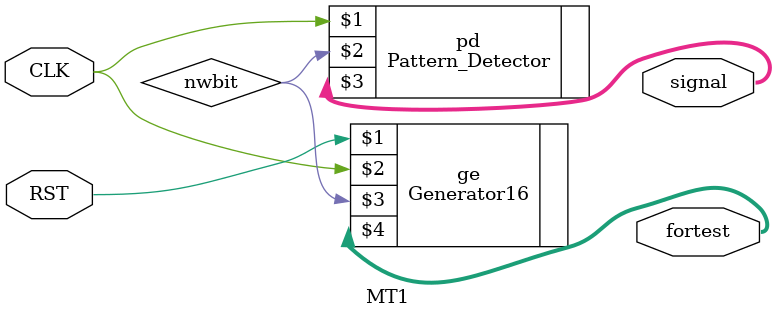
<source format=v>
`timescale 1ns / 1ps

module MT1(RST, CLK, signal, fortest);
input RST;
input CLK;
output [3:0] signal;
output [15:0] fortest;

wire nwbit;

Generator16 ge(RST, CLK, nwbit, fortest);
Pattern_Detector pd(CLK, nwbit, signal);

endmodule

</source>
